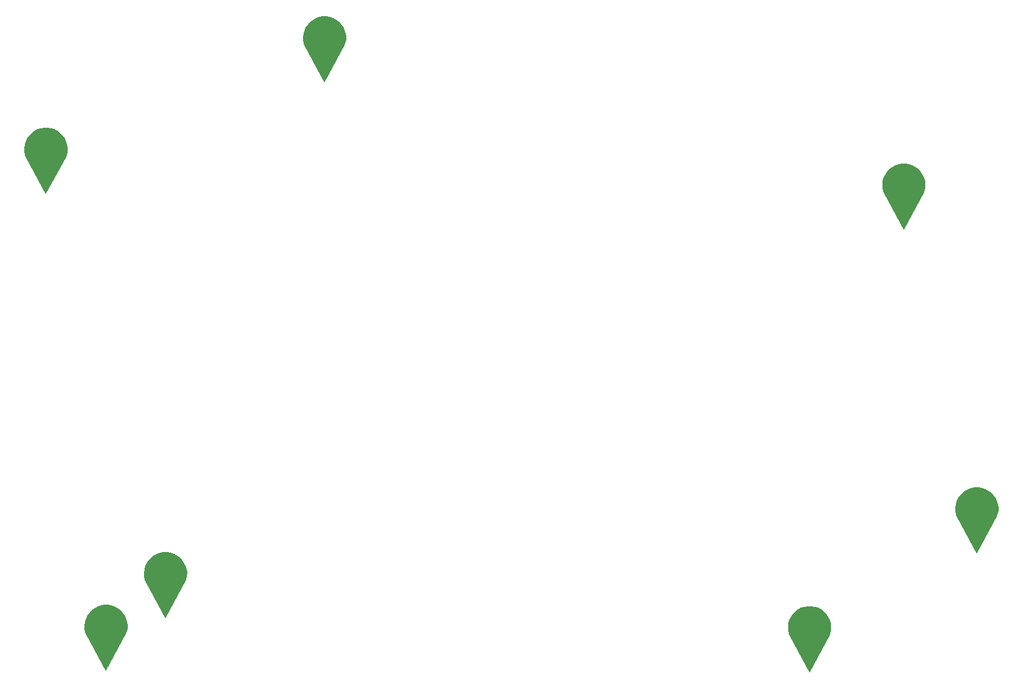
<source format=gtl>
G04*
G04 #@! TF.GenerationSoftware,Altium Limited,Altium Designer,21.1.1 (26)*
G04*
G04 Layer_Physical_Order=1*
G04 Layer_Color=255*
%FSLAX25Y25*%
%MOIN*%
G70*
G04*
G04 #@! TF.SameCoordinates,50609B49-341D-4E51-95AC-B49047DEAD09*
G04*
G04*
G04 #@! TF.FilePolarity,Positive*
G04*
G01*
G75*
%ADD14C,0.06000*%
%ADD15C,0.02362*%
G36*
X22340Y391561D02*
X24232Y390934D01*
X26000Y390014D01*
X27598Y388824D01*
X28987Y387394D01*
X30130Y385762D01*
X30998Y383968D01*
X31570Y382059D01*
X31830Y380083D01*
X31772Y378091D01*
X31398Y376133D01*
X31057Y375197D01*
X31057Y375197D01*
X19291Y353543D01*
X7696Y375197D01*
X7355Y376133D01*
X6980Y378091D01*
X6922Y380083D01*
X7182Y382059D01*
X7754Y383968D01*
X8623Y385761D01*
X9766Y387394D01*
X11154Y388824D01*
X12753Y390014D01*
X14520Y390934D01*
X16412Y391561D01*
X18380Y391878D01*
X20373Y391878D01*
X22340Y391561D01*
D02*
G37*
G36*
X91238Y146679D02*
X93129Y146052D01*
X94897Y145132D01*
X96496Y143942D01*
X97885Y142512D01*
X99028Y140880D01*
X99896Y139086D01*
X100468Y137177D01*
X100728Y135201D01*
X100670Y133209D01*
X100295Y131252D01*
X99954Y130315D01*
X99954Y130315D01*
X88189Y108661D01*
X76593Y130315D01*
X76253Y131251D01*
X75878Y133209D01*
X75820Y135201D01*
X76080Y137177D01*
X76652Y139086D01*
X77520Y140880D01*
X78663Y142512D01*
X80052Y143942D01*
X81650Y145132D01*
X83418Y146052D01*
X85310Y146679D01*
X87277Y146996D01*
X89270Y146996D01*
X91238Y146679D01*
D02*
G37*
G36*
X56986Y116364D02*
X58878Y115737D01*
X60645Y114817D01*
X62244Y113627D01*
X63633Y112197D01*
X64776Y110565D01*
X65644Y108771D01*
X66216Y106862D01*
X66476Y104886D01*
X66418Y102894D01*
X66043Y100936D01*
X65702Y100000D01*
X65703Y100000D01*
X53937Y78347D01*
X42341Y100000D01*
X42001Y100936D01*
X41626Y102894D01*
X41568Y104886D01*
X41828Y106862D01*
X42400Y108771D01*
X43268Y110565D01*
X44411Y112197D01*
X45800Y113627D01*
X47398Y114817D01*
X49166Y115737D01*
X51058Y116364D01*
X53025Y116682D01*
X55018Y116682D01*
X56986Y116364D01*
D02*
G37*
G36*
X447853Y99212D02*
X447512Y100149D01*
X447138Y102106D01*
X447080Y104098D01*
X447340Y106074D01*
X447912Y107984D01*
X448780Y109777D01*
X449923Y111410D01*
X451312Y112839D01*
X452910Y114030D01*
X454678Y114950D01*
X456570Y115577D01*
X458537Y115894D01*
X460530Y115894D01*
X462498Y115577D01*
X464389Y114950D01*
X466157Y114030D01*
X467756Y112839D01*
X469144Y111410D01*
X470287Y109777D01*
X471156Y107984D01*
X471728Y106075D01*
X471988Y104099D01*
X471930Y102106D01*
X471555Y100149D01*
X471214Y99213D01*
X471214Y99213D01*
X459449Y77559D01*
X447853Y99212D01*
D02*
G37*
G36*
X168326Y439370D02*
X167985Y440306D01*
X167610Y442264D01*
X167552Y444256D01*
X167812Y446232D01*
X168384Y448141D01*
X169252Y449935D01*
X170396Y451567D01*
X171784Y452997D01*
X173383Y454187D01*
X175150Y455107D01*
X177042Y455734D01*
X179010Y456052D01*
X181002Y456052D01*
X182970Y455734D01*
X184862Y455107D01*
X186630Y454187D01*
X188228Y452997D01*
X189617Y451568D01*
X190760Y449935D01*
X191628Y448141D01*
X192200Y446232D01*
X192460Y444256D01*
X192402Y442264D01*
X192028Y440307D01*
X191687Y439370D01*
X191687Y439370D01*
X179921Y417717D01*
X168326Y439370D01*
D02*
G37*
G36*
X544310Y167717D02*
X543969Y168653D01*
X543595Y170610D01*
X543537Y172602D01*
X543797Y174578D01*
X544368Y176488D01*
X545237Y178281D01*
X546380Y179914D01*
X547768Y181343D01*
X549367Y182533D01*
X551135Y183454D01*
X553026Y184081D01*
X554994Y184398D01*
X556987Y184398D01*
X558954Y184081D01*
X560846Y183454D01*
X562614Y182534D01*
X564212Y181343D01*
X565601Y179914D01*
X566744Y178281D01*
X567613Y176488D01*
X568184Y174578D01*
X568444Y172603D01*
X568386Y170610D01*
X568012Y168653D01*
X567671Y167717D01*
X567671Y167717D01*
X555905Y146063D01*
X544310Y167717D01*
D02*
G37*
G36*
X502184Y354331D02*
X501843Y355267D01*
X501469Y357224D01*
X501410Y359216D01*
X501671Y361192D01*
X502242Y363102D01*
X503111Y364895D01*
X504254Y366528D01*
X505642Y367957D01*
X507241Y369148D01*
X509009Y370068D01*
X510900Y370695D01*
X512868Y371012D01*
X514861Y371012D01*
X516828Y370695D01*
X518720Y370068D01*
X520488Y369148D01*
X522086Y367958D01*
X523475Y366528D01*
X524618Y364896D01*
X525487Y363102D01*
X526058Y361193D01*
X526318Y359217D01*
X526260Y357225D01*
X525886Y355267D01*
X525545Y354331D01*
X525545Y354331D01*
X513779Y332677D01*
X502184Y354331D01*
D02*
G37*
D14*
X459449Y97244D02*
D03*
X179921Y437402D02*
D03*
X53937Y98032D02*
D03*
X19291Y373228D02*
D03*
X513779Y352362D02*
D03*
X88189Y128347D02*
D03*
X555905Y165748D02*
D03*
D15*
Y150787D02*
D03*
X513779Y337008D02*
D03*
X88189Y112598D02*
D03*
X53937Y82284D02*
D03*
X459449Y81102D02*
D03*
X179921Y421260D02*
D03*
X19291Y357087D02*
D03*
M02*

</source>
